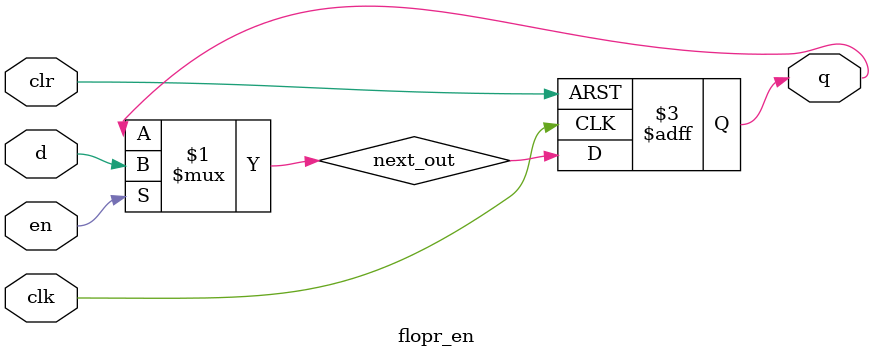
<source format=sv>
module initialize_mem(clk, start, write, finished, address, finished_shuffle);

input clk, start, finished_shuffle;
output write, finished;
output [7:0] address;

wire update_data, reset, add;

reg [7:0] count;
reg [8:0] state;

parameter idle            = 9'b0000_00000;
parameter reset_count     = 9'b0001_00001;
parameter check_counter   = 9'b0010_00000;
parameter update_mem      = 9'b0011_00010;
parameter write_mem       = 9'b0100_00100;
parameter increment_count = 9'b0101_10000;
parameter reset_counter   = 9'b0110_00001;
parameter finish          = 9'b0111_01000;
parameter finish1         = 9'b1000_01000;
parameter wait_for_finish = 9'b1001_00000;

parameter update_mem1      = 9'b1011_00010;
parameter write_mem1       = 9'b1100_00100;

assign reset        = state[0];
assign update_data  = state[1];
assign write        = state[2];
assign finished     = state[3];
assign add          = state[4];


always_ff @(posedge clk) begin
case(state)
  idle: begin
	 if (start) begin
		state <= reset_count; // reset count
	  end
	end
  reset_count: state <= check_counter;
  check_counter: begin 
		  if (count == 8'd255) // if i is 255 then run protocol once more and finish
	            state <= update_mem1; 
		  else
		    state <= update_mem; // otherwise update dat
		 end 
  update_mem: state <= write_mem; // go to write the data
  write_mem: state <= increment_count; // once data is written increment the count
  increment_count: state <= check_counter; // go back to check what value the counter is
  update_mem1: state <= write_mem1;
  write_mem1: state <= reset_counter;
  reset_counter: state <= finish;
  finish: state <= finish1;
  finish1: state <= wait_for_finish;
  wait_for_finish: begin 
	            if (finished_shuffle == 1'b1) // wait for a finish signal 
	             state <= idle;
	            else
	             state <= wait_for_finish;
	           end 
  default: state <= idle;
endcase  
end


flopr_en #(8)    address_update(.clk(clk), .clr(reset), .d(count), .q(address), .en(update_data)); // updates the address to be count
flopr_en #(8)   counter_add (.clk(clk), .clr(reset), .d(count+1'b1), .q(count), .en(add)); //updates the count

endmodule

module flopr_en(clk, clr, d, q, en); // flip flop module with asynchronous clear and enable
 parameter n = 1;
 input clk, clr, en;
 input [n-1:0] d;
 output reg [n-1:0] q;
 wire [n-1:0] next_out;
 
 assign next_out = en ? d : q;

 always @(posedge clk or posedge clr) begin
   if(clr) q <= {n{1'b0}};
   else q <= next_out;
 end 

endmodule

</source>
